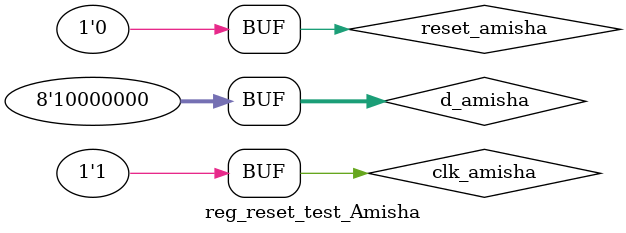
<source format=v>
`timescale 1ns / 1ps


module reg_reset_test_Amisha;
	// Inputs
	reg clk_amisha;
	reg reset_amisha;
	reg [7:0] d_amisha;
	// Outputs
	wire [7:0] q_amisha;
	// Instantiate the Unit Under Test (UUT)
	reg_reset_Amisha uut (
		.clk_amisha(clk_amisha), 
		.reset_amisha(reset_amisha), 
		.d_amisha(d_amisha), 
		.q_amisha(q_amisha)
	);
	initial begin
		clk_amisha = 0;
		reset_amisha = 1;
		d_amisha = 0;
		#100;
		clk_amisha = 0;
		reset_amisha = 0;
		d_amisha = 5;
		#100;
		clk_amisha = 1;
		reset_amisha = 0;
		d_amisha = 5;
		#100;	
		clk_amisha = 1;
		reset_amisha = 1;
		d_amisha = 25;
		#100;	
		clk_amisha = 1;
		reset_amisha = 0;
		d_amisha = 30;
		#100;	
		clk_amisha = 0;
		reset_amisha = 0;
		d_amisha = 44;
		#100;
		clk_amisha = 1;
		reset_amisha = 0;
		d_amisha = 58;
		#100;	
		clk_amisha = 0;
		reset_amisha = 1;
		d_amisha = 61;
		#100;	
		clk_amisha = 1;
		reset_amisha = 1;
		d_amisha = 76;
		#100;	
		clk_amisha = 1;
		reset_amisha = 0;
		d_amisha = 82;
		#100;	
		clk_amisha = 0;
		reset_amisha = 0;
		d_amisha = 95;
		#100;	
		clk_amisha = 1;
		reset_amisha = 0;
		d_amisha = 128;
		#100;			
	end      
endmodule


</source>
